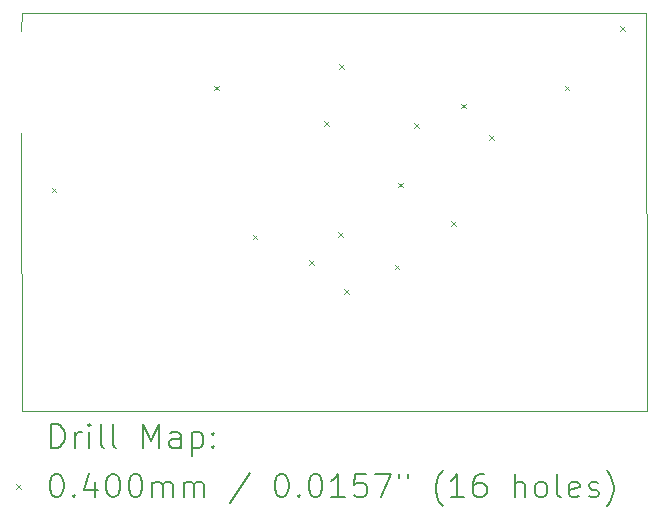
<source format=gbr>
%TF.GenerationSoftware,KiCad,Pcbnew,(6.0.7)*%
%TF.CreationDate,2022-11-19T01:08:11-05:00*%
%TF.ProjectId,picopilotv1,7069636f-7069-46c6-9f74-76312e6b6963,rev?*%
%TF.SameCoordinates,Original*%
%TF.FileFunction,Drillmap*%
%TF.FilePolarity,Positive*%
%FSLAX45Y45*%
G04 Gerber Fmt 4.5, Leading zero omitted, Abs format (unit mm)*
G04 Created by KiCad (PCBNEW (6.0.7)) date 2022-11-19 01:08:11*
%MOMM*%
%LPD*%
G01*
G04 APERTURE LIST*
%ADD10C,0.100000*%
%ADD11C,0.200000*%
%ADD12C,0.040000*%
G04 APERTURE END LIST*
D10*
X8585200Y-8178800D02*
X13868400Y-8178800D01*
X13878560Y-11544300D02*
X13868400Y-8178800D01*
X8585200Y-11544300D02*
X13878560Y-11544300D01*
X8585200Y-8178800D02*
X8583700Y-8333000D01*
X8583700Y-9193000D02*
X8585200Y-11544300D01*
D11*
D12*
X8839520Y-9657400D02*
X8879520Y-9697400D01*
X8879520Y-9657400D02*
X8839520Y-9697400D01*
X10216200Y-8793800D02*
X10256200Y-8833800D01*
X10256200Y-8793800D02*
X10216200Y-8833800D01*
X10541320Y-10053640D02*
X10581320Y-10093640D01*
X10581320Y-10053640D02*
X10541320Y-10093640D01*
X11020722Y-10267868D02*
X11060722Y-10307868D01*
X11060722Y-10267868D02*
X11020722Y-10307868D01*
X11145840Y-9093520D02*
X11185840Y-9133520D01*
X11185840Y-9093520D02*
X11145840Y-9133520D01*
X11268512Y-10032098D02*
X11308512Y-10072098D01*
X11308512Y-10032098D02*
X11268512Y-10072098D01*
X11277336Y-8609285D02*
X11317336Y-8649285D01*
X11317336Y-8609285D02*
X11277336Y-8649285D01*
X11317505Y-10515920D02*
X11357505Y-10555920D01*
X11357505Y-10515920D02*
X11317505Y-10555920D01*
X11745280Y-10309750D02*
X11785280Y-10349750D01*
X11785280Y-10309750D02*
X11745280Y-10349750D01*
X11773653Y-9614610D02*
X11813653Y-9654610D01*
X11813653Y-9614610D02*
X11773653Y-9654610D01*
X11909750Y-9109894D02*
X11949750Y-9149894D01*
X11949750Y-9109894D02*
X11909750Y-9149894D01*
X12222800Y-9941880D02*
X12262800Y-9981880D01*
X12262800Y-9941880D02*
X12222800Y-9981880D01*
X12307510Y-8946200D02*
X12347510Y-8986200D01*
X12347510Y-8946200D02*
X12307510Y-8986200D01*
X12542840Y-9210730D02*
X12582840Y-9250730D01*
X12582840Y-9210730D02*
X12542840Y-9250730D01*
X13182920Y-8793800D02*
X13222920Y-8833800D01*
X13222920Y-8793800D02*
X13182920Y-8833800D01*
X13655360Y-8290880D02*
X13695360Y-8330880D01*
X13695360Y-8290880D02*
X13655360Y-8330880D01*
D11*
X8836319Y-11859776D02*
X8836319Y-11659776D01*
X8883938Y-11659776D01*
X8912510Y-11669300D01*
X8931557Y-11688348D01*
X8941081Y-11707395D01*
X8950605Y-11745490D01*
X8950605Y-11774062D01*
X8941081Y-11812157D01*
X8931557Y-11831205D01*
X8912510Y-11850252D01*
X8883938Y-11859776D01*
X8836319Y-11859776D01*
X9036319Y-11859776D02*
X9036319Y-11726443D01*
X9036319Y-11764538D02*
X9045843Y-11745490D01*
X9055367Y-11735967D01*
X9074414Y-11726443D01*
X9093462Y-11726443D01*
X9160129Y-11859776D02*
X9160129Y-11726443D01*
X9160129Y-11659776D02*
X9150605Y-11669300D01*
X9160129Y-11678824D01*
X9169652Y-11669300D01*
X9160129Y-11659776D01*
X9160129Y-11678824D01*
X9283938Y-11859776D02*
X9264890Y-11850252D01*
X9255367Y-11831205D01*
X9255367Y-11659776D01*
X9388700Y-11859776D02*
X9369652Y-11850252D01*
X9360129Y-11831205D01*
X9360129Y-11659776D01*
X9617271Y-11859776D02*
X9617271Y-11659776D01*
X9683938Y-11802633D01*
X9750605Y-11659776D01*
X9750605Y-11859776D01*
X9931557Y-11859776D02*
X9931557Y-11755014D01*
X9922033Y-11735967D01*
X9902986Y-11726443D01*
X9864890Y-11726443D01*
X9845843Y-11735967D01*
X9931557Y-11850252D02*
X9912510Y-11859776D01*
X9864890Y-11859776D01*
X9845843Y-11850252D01*
X9836319Y-11831205D01*
X9836319Y-11812157D01*
X9845843Y-11793109D01*
X9864890Y-11783586D01*
X9912510Y-11783586D01*
X9931557Y-11774062D01*
X10026795Y-11726443D02*
X10026795Y-11926443D01*
X10026795Y-11735967D02*
X10045843Y-11726443D01*
X10083938Y-11726443D01*
X10102986Y-11735967D01*
X10112510Y-11745490D01*
X10122033Y-11764538D01*
X10122033Y-11821681D01*
X10112510Y-11840728D01*
X10102986Y-11850252D01*
X10083938Y-11859776D01*
X10045843Y-11859776D01*
X10026795Y-11850252D01*
X10207748Y-11840728D02*
X10217271Y-11850252D01*
X10207748Y-11859776D01*
X10198224Y-11850252D01*
X10207748Y-11840728D01*
X10207748Y-11859776D01*
X10207748Y-11735967D02*
X10217271Y-11745490D01*
X10207748Y-11755014D01*
X10198224Y-11745490D01*
X10207748Y-11735967D01*
X10207748Y-11755014D01*
D12*
X8538700Y-12169300D02*
X8578700Y-12209300D01*
X8578700Y-12169300D02*
X8538700Y-12209300D01*
D11*
X8874414Y-12079776D02*
X8893462Y-12079776D01*
X8912510Y-12089300D01*
X8922033Y-12098824D01*
X8931557Y-12117871D01*
X8941081Y-12155967D01*
X8941081Y-12203586D01*
X8931557Y-12241681D01*
X8922033Y-12260728D01*
X8912510Y-12270252D01*
X8893462Y-12279776D01*
X8874414Y-12279776D01*
X8855367Y-12270252D01*
X8845843Y-12260728D01*
X8836319Y-12241681D01*
X8826795Y-12203586D01*
X8826795Y-12155967D01*
X8836319Y-12117871D01*
X8845843Y-12098824D01*
X8855367Y-12089300D01*
X8874414Y-12079776D01*
X9026795Y-12260728D02*
X9036319Y-12270252D01*
X9026795Y-12279776D01*
X9017271Y-12270252D01*
X9026795Y-12260728D01*
X9026795Y-12279776D01*
X9207748Y-12146443D02*
X9207748Y-12279776D01*
X9160129Y-12070252D02*
X9112510Y-12213109D01*
X9236319Y-12213109D01*
X9350605Y-12079776D02*
X9369652Y-12079776D01*
X9388700Y-12089300D01*
X9398224Y-12098824D01*
X9407748Y-12117871D01*
X9417271Y-12155967D01*
X9417271Y-12203586D01*
X9407748Y-12241681D01*
X9398224Y-12260728D01*
X9388700Y-12270252D01*
X9369652Y-12279776D01*
X9350605Y-12279776D01*
X9331557Y-12270252D01*
X9322033Y-12260728D01*
X9312510Y-12241681D01*
X9302986Y-12203586D01*
X9302986Y-12155967D01*
X9312510Y-12117871D01*
X9322033Y-12098824D01*
X9331557Y-12089300D01*
X9350605Y-12079776D01*
X9541081Y-12079776D02*
X9560129Y-12079776D01*
X9579176Y-12089300D01*
X9588700Y-12098824D01*
X9598224Y-12117871D01*
X9607748Y-12155967D01*
X9607748Y-12203586D01*
X9598224Y-12241681D01*
X9588700Y-12260728D01*
X9579176Y-12270252D01*
X9560129Y-12279776D01*
X9541081Y-12279776D01*
X9522033Y-12270252D01*
X9512510Y-12260728D01*
X9502986Y-12241681D01*
X9493462Y-12203586D01*
X9493462Y-12155967D01*
X9502986Y-12117871D01*
X9512510Y-12098824D01*
X9522033Y-12089300D01*
X9541081Y-12079776D01*
X9693462Y-12279776D02*
X9693462Y-12146443D01*
X9693462Y-12165490D02*
X9702986Y-12155967D01*
X9722033Y-12146443D01*
X9750605Y-12146443D01*
X9769652Y-12155967D01*
X9779176Y-12175014D01*
X9779176Y-12279776D01*
X9779176Y-12175014D02*
X9788700Y-12155967D01*
X9807748Y-12146443D01*
X9836319Y-12146443D01*
X9855367Y-12155967D01*
X9864890Y-12175014D01*
X9864890Y-12279776D01*
X9960129Y-12279776D02*
X9960129Y-12146443D01*
X9960129Y-12165490D02*
X9969652Y-12155967D01*
X9988700Y-12146443D01*
X10017271Y-12146443D01*
X10036319Y-12155967D01*
X10045843Y-12175014D01*
X10045843Y-12279776D01*
X10045843Y-12175014D02*
X10055367Y-12155967D01*
X10074414Y-12146443D01*
X10102986Y-12146443D01*
X10122033Y-12155967D01*
X10131557Y-12175014D01*
X10131557Y-12279776D01*
X10522033Y-12070252D02*
X10350605Y-12327395D01*
X10779176Y-12079776D02*
X10798224Y-12079776D01*
X10817271Y-12089300D01*
X10826795Y-12098824D01*
X10836319Y-12117871D01*
X10845843Y-12155967D01*
X10845843Y-12203586D01*
X10836319Y-12241681D01*
X10826795Y-12260728D01*
X10817271Y-12270252D01*
X10798224Y-12279776D01*
X10779176Y-12279776D01*
X10760129Y-12270252D01*
X10750605Y-12260728D01*
X10741081Y-12241681D01*
X10731557Y-12203586D01*
X10731557Y-12155967D01*
X10741081Y-12117871D01*
X10750605Y-12098824D01*
X10760129Y-12089300D01*
X10779176Y-12079776D01*
X10931557Y-12260728D02*
X10941081Y-12270252D01*
X10931557Y-12279776D01*
X10922033Y-12270252D01*
X10931557Y-12260728D01*
X10931557Y-12279776D01*
X11064890Y-12079776D02*
X11083938Y-12079776D01*
X11102986Y-12089300D01*
X11112510Y-12098824D01*
X11122033Y-12117871D01*
X11131557Y-12155967D01*
X11131557Y-12203586D01*
X11122033Y-12241681D01*
X11112510Y-12260728D01*
X11102986Y-12270252D01*
X11083938Y-12279776D01*
X11064890Y-12279776D01*
X11045843Y-12270252D01*
X11036319Y-12260728D01*
X11026795Y-12241681D01*
X11017271Y-12203586D01*
X11017271Y-12155967D01*
X11026795Y-12117871D01*
X11036319Y-12098824D01*
X11045843Y-12089300D01*
X11064890Y-12079776D01*
X11322033Y-12279776D02*
X11207748Y-12279776D01*
X11264890Y-12279776D02*
X11264890Y-12079776D01*
X11245843Y-12108348D01*
X11226795Y-12127395D01*
X11207748Y-12136919D01*
X11502986Y-12079776D02*
X11407748Y-12079776D01*
X11398224Y-12175014D01*
X11407748Y-12165490D01*
X11426795Y-12155967D01*
X11474414Y-12155967D01*
X11493462Y-12165490D01*
X11502986Y-12175014D01*
X11512509Y-12194062D01*
X11512509Y-12241681D01*
X11502986Y-12260728D01*
X11493462Y-12270252D01*
X11474414Y-12279776D01*
X11426795Y-12279776D01*
X11407748Y-12270252D01*
X11398224Y-12260728D01*
X11579176Y-12079776D02*
X11712509Y-12079776D01*
X11626795Y-12279776D01*
X11779176Y-12079776D02*
X11779176Y-12117871D01*
X11855367Y-12079776D02*
X11855367Y-12117871D01*
X12150605Y-12355967D02*
X12141081Y-12346443D01*
X12122033Y-12317871D01*
X12112509Y-12298824D01*
X12102986Y-12270252D01*
X12093462Y-12222633D01*
X12093462Y-12184538D01*
X12102986Y-12136919D01*
X12112509Y-12108348D01*
X12122033Y-12089300D01*
X12141081Y-12060728D01*
X12150605Y-12051205D01*
X12331557Y-12279776D02*
X12217271Y-12279776D01*
X12274414Y-12279776D02*
X12274414Y-12079776D01*
X12255367Y-12108348D01*
X12236319Y-12127395D01*
X12217271Y-12136919D01*
X12502986Y-12079776D02*
X12464890Y-12079776D01*
X12445843Y-12089300D01*
X12436319Y-12098824D01*
X12417271Y-12127395D01*
X12407748Y-12165490D01*
X12407748Y-12241681D01*
X12417271Y-12260728D01*
X12426795Y-12270252D01*
X12445843Y-12279776D01*
X12483938Y-12279776D01*
X12502986Y-12270252D01*
X12512509Y-12260728D01*
X12522033Y-12241681D01*
X12522033Y-12194062D01*
X12512509Y-12175014D01*
X12502986Y-12165490D01*
X12483938Y-12155967D01*
X12445843Y-12155967D01*
X12426795Y-12165490D01*
X12417271Y-12175014D01*
X12407748Y-12194062D01*
X12760128Y-12279776D02*
X12760128Y-12079776D01*
X12845843Y-12279776D02*
X12845843Y-12175014D01*
X12836319Y-12155967D01*
X12817271Y-12146443D01*
X12788700Y-12146443D01*
X12769652Y-12155967D01*
X12760128Y-12165490D01*
X12969652Y-12279776D02*
X12950605Y-12270252D01*
X12941081Y-12260728D01*
X12931557Y-12241681D01*
X12931557Y-12184538D01*
X12941081Y-12165490D01*
X12950605Y-12155967D01*
X12969652Y-12146443D01*
X12998224Y-12146443D01*
X13017271Y-12155967D01*
X13026795Y-12165490D01*
X13036319Y-12184538D01*
X13036319Y-12241681D01*
X13026795Y-12260728D01*
X13017271Y-12270252D01*
X12998224Y-12279776D01*
X12969652Y-12279776D01*
X13150605Y-12279776D02*
X13131557Y-12270252D01*
X13122033Y-12251205D01*
X13122033Y-12079776D01*
X13302986Y-12270252D02*
X13283938Y-12279776D01*
X13245843Y-12279776D01*
X13226795Y-12270252D01*
X13217271Y-12251205D01*
X13217271Y-12175014D01*
X13226795Y-12155967D01*
X13245843Y-12146443D01*
X13283938Y-12146443D01*
X13302986Y-12155967D01*
X13312509Y-12175014D01*
X13312509Y-12194062D01*
X13217271Y-12213109D01*
X13388700Y-12270252D02*
X13407748Y-12279776D01*
X13445843Y-12279776D01*
X13464890Y-12270252D01*
X13474414Y-12251205D01*
X13474414Y-12241681D01*
X13464890Y-12222633D01*
X13445843Y-12213109D01*
X13417271Y-12213109D01*
X13398224Y-12203586D01*
X13388700Y-12184538D01*
X13388700Y-12175014D01*
X13398224Y-12155967D01*
X13417271Y-12146443D01*
X13445843Y-12146443D01*
X13464890Y-12155967D01*
X13541081Y-12355967D02*
X13550605Y-12346443D01*
X13569652Y-12317871D01*
X13579176Y-12298824D01*
X13588700Y-12270252D01*
X13598224Y-12222633D01*
X13598224Y-12184538D01*
X13588700Y-12136919D01*
X13579176Y-12108348D01*
X13569652Y-12089300D01*
X13550605Y-12060728D01*
X13541081Y-12051205D01*
M02*

</source>
